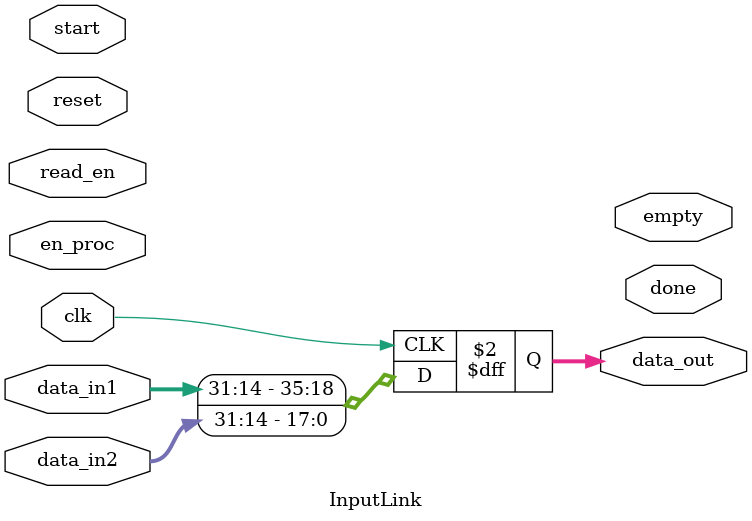
<source format=v>
`timescale 1ns / 1ps


module InputLink(
    input clk,
    input reset,
    input en_proc,    
    input start,
    output done,
    
    input [31:0] data_in1,
    input [31:0] data_in2,
    input read_en,
    output empty,
    output reg [35:0] data_out
    );
    
      
    always @(posedge clk) begin
        data_out <= {data_in1[31:14], data_in2[31:14]};
    end

endmodule

</source>
